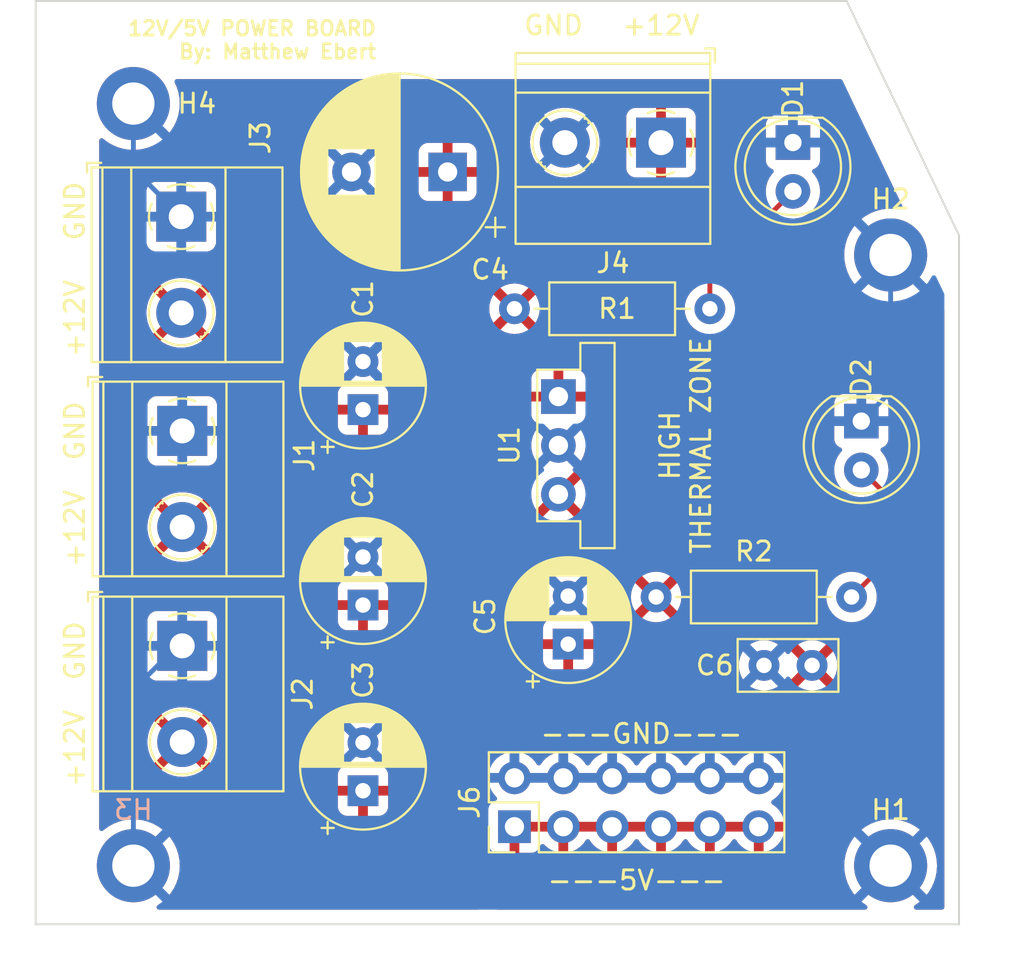
<source format=kicad_pcb>
(kicad_pcb (version 20211014) (generator pcbnew)
  (layers (0 "F.Cu" signal) (31 "B.Cu" signal) (36 "B.SilkS" user "B.Silkscreen") (37 "F.SilkS" user "F.Silkscreen") (38 "B.Mask" user) (39 "F.Mask" user) (44 "Edge.Cuts" user))
  (net 0 "")
  (net 1 "+12V")
  (net 2 "GND")
  (net 3 "+5V")
  (net 4 "Net-(D1-Pad2)")
  (net 5 "Net-(D2-Pad2)")
  (footprint "TerminalBlock_Phoenix:TerminalBlock_Phoenix_MKDS-1,5-2_1x02_P5.00mm_Horizontal" (layer "F.Cu") (at 76.708 58.42 180)
    (fp_text reference "J4" (at 2.5 -6.26) (layer "F.SilkS"))
    (fp_text value "Screw_Terminal_01x02")
    (pad "1" thru_hole rect (at 0 0 180) (size 2.6 2.6) (drill 1.3) (layers *.Cu *.Mask) (net 1 "+12V"))
    (pad "2" thru_hole circle (at 5 0 180) (size 2.6 2.6) (drill 1.3) (layers *.Cu *.Mask) (net 2 "GND"))
  )
  (footprint "Capacitor_THT:CP_Radial_D6.3mm_P2.50mm" (layer "F.Cu") (at 61.214 72.30238 90)
    (fp_text reference "C1" (at 5.75438 0 90) (layer "F.SilkS"))
    (fp_text value "C_Polarized")
    (pad "1" thru_hole rect (at 0 0 90) (size 1.6 1.6) (drill 0.8) (layers *.Cu *.Mask) (net 1 "+12V"))
    (pad "2" thru_hole circle (at 2.5 0 90) (size 1.6 1.6) (drill 0.8) (layers *.Cu *.Mask) (net 2 "GND"))
  )
  (footprint "Resistor_THT:R_Axial_DIN0207_L6.3mm_D2.5mm_P10.16mm_Horizontal" (layer "F.Cu") (at 76.454 82.042)
    (fp_text reference "R2" (at 5.08 -2.37) (layer "F.SilkS"))
    (fp_text value "R")
    (pad "1" thru_hole circle (at 0 0) (size 1.6 1.6) (drill 0.8) (layers *.Cu *.Mask) (net 3 "+5V"))
    (pad "2" thru_hole oval (at 10.16 0) (size 1.6 1.6) (drill 0.8) (layers *.Cu *.Mask) (net 5 "Net-(D2-Pad2)"))
  )
  (footprint "Capacitor_THT:CP_Radial_D10.0mm_P5.00mm" (layer "F.Cu") (at 65.613677 59.944 180)
    (fp_text reference "C4" (at -2.204323 -5.08) (layer "F.SilkS"))
    (fp_text value "C_Polarized")
    (pad "1" thru_hole rect (at 0 0 180) (size 2 2) (drill 1) (layers *.Cu *.Mask) (net 1 "+12V"))
    (pad "2" thru_hole circle (at 5 0 180) (size 2 2) (drill 1) (layers *.Cu *.Mask) (net 2 "GND"))
  )
  (footprint "Resistor_THT:R_Axial_DIN0207_L6.3mm_D2.5mm_P10.16mm_Horizontal" (layer "F.Cu") (at 69.088 67.056)
    (fp_text reference "R1" (at 5.334 0) (layer "F.SilkS"))
    (fp_text value "R")
    (pad "1" thru_hole circle (at 0 0) (size 1.6 1.6) (drill 0.8) (layers *.Cu *.Mask) (net 1 "+12V"))
    (pad "2" thru_hole oval (at 10.16 0) (size 1.6 1.6) (drill 0.8) (layers *.Cu *.Mask) (net 4 "Net-(D1-Pad2)"))
  )
  (footprint "Capacitor_THT:CP_Radial_D6.3mm_P2.50mm" (layer "F.Cu") (at 61.214 82.46238 90)
    (fp_text reference "C2" (at 6.00838 0 90) (layer "F.SilkS"))
    (fp_text value "C_Polarized")
    (pad "1" thru_hole rect (at 0 0 90) (size 1.6 1.6) (drill 0.8) (layers *.Cu *.Mask) (net 1 "+12V"))
    (pad "2" thru_hole circle (at 2.5 0 90) (size 1.6 1.6) (drill 0.8) (layers *.Cu *.Mask) (net 2 "GND"))
  )
  (footprint "TerminalBlock_Phoenix:TerminalBlock_Phoenix_MKDS-1,5-2_1x02_P5.00mm_Horizontal" (layer "F.Cu") (at 51.816 73.406 -90)
    (fp_text reference "J1" (at 1.27 -6.35 90) (layer "F.SilkS"))
    (fp_text value "Screw_Terminal_01x02")
    (pad "1" thru_hole rect (at 0 0 270) (size 2.6 2.6) (drill 1.3) (layers *.Cu *.Mask) (net 2 "GND"))
    (pad "2" thru_hole circle (at 5 0 270) (size 2.6 2.6) (drill 1.3) (layers *.Cu *.Mask) (net 1 "+12V"))
  )
  (footprint "Capacitor_THT:C_Disc_D5.0mm_W2.5mm_P2.50mm" (layer "F.Cu") (at 82.062 85.598)
    (fp_text reference "C6" (at -2.56 0) (layer "F.SilkS"))
    (fp_text value "C")
    (pad "1" thru_hole circle (at 0 0) (size 1.6 1.6) (drill 0.8) (layers *.Cu *.Mask) (net 2 "GND"))
    (pad "2" thru_hole circle (at 2.5 0) (size 1.6 1.6) (drill 0.8) (layers *.Cu *.Mask) (net 3 "+5V"))
  )
  (footprint "MountingHole:MountingHole_2.2mm_M2_DIN965_Pad" (layer "F.Cu") (at 88.646 96.012)
    (fp_text reference "H1" (at 0 -2.9) (layer "F.SilkS"))
    (fp_text value "MountingHole_Pad")
    (pad "1" thru_hole circle (at 0 0) (size 3.8 3.8) (drill 2.2) (layers *.Cu *.Mask) (net 2 "GND"))
  )
  (footprint "Capacitor_THT:CP_Radial_D6.3mm_P2.50mm" (layer "F.Cu") (at 71.882 84.49438 90)
    (fp_text reference "C5" (at 1.43638 -4.318 90) (layer "F.SilkS"))
    (fp_text value "C_Polarized")
    (pad "1" thru_hole rect (at 0 0 90) (size 1.6 1.6) (drill 0.8) (layers *.Cu *.Mask) (net 3 "+5V"))
    (pad "2" thru_hole circle (at 2.5 0 90) (size 1.6 1.6) (drill 0.8) (layers *.Cu *.Mask) (net 2 "GND"))
  )
  (footprint "Converter_DCDC:Converter_DCDC_Murata_OKI-78SR_Vertical" (layer "F.Cu") (at 71.374 71.623 -90)
    (fp_text reference "U1" (at 2.54 2.54 90) (layer "F.SilkS"))
    (fp_text value "L7805")
    (pad "1" thru_hole rect (at 0 0 270) (size 1.8 1.8) (drill 1) (layers *.Cu *.Mask) (net 1 "+12V"))
    (pad "2" thru_hole circle (at 2.54 0 270) (size 1.8 1.8) (drill 1) (layers *.Cu *.Mask) (net 2 "GND"))
    (pad "3" thru_hole circle (at 5.08 0 270) (size 1.8 1.8) (drill 1) (layers *.Cu *.Mask) (net 3 "+5V"))
  )
  (footprint "Capacitor_THT:CP_Radial_D6.3mm_P2.50mm" (layer "F.Cu") (at 61.214 92.11438 90)
    (fp_text reference "C3" (at 5.75438 0 90) (layer "F.SilkS"))
    (fp_text value "C_Polarized")
    (pad "1" thru_hole rect (at 0 0 90) (size 1.6 1.6) (drill 0.8) (layers *.Cu *.Mask) (net 1 "+12V"))
    (pad "2" thru_hole circle (at 2.5 0 90) (size 1.6 1.6) (drill 0.8) (layers *.Cu *.Mask) (net 2 "GND"))
  )
  (footprint "LED_THT:LED_D5.0mm" (layer "F.Cu") (at 87.122 72.898 -90)
    (fp_text reference "D2" (at -2.281 0 90) (layer "F.SilkS"))
    (fp_text value "LED")
    (pad "1" thru_hole rect (at 0 0 270) (size 1.8 1.8) (drill 0.9) (layers *.Cu *.Mask) (net 2 "GND"))
    (pad "2" thru_hole circle (at 2.54 0 270) (size 1.8 1.8) (drill 0.9) (layers *.Cu *.Mask) (net 5 "Net-(D2-Pad2)"))
  )
  (footprint "MountingHole:MountingHole_2.2mm_M2_DIN965_Pad" (layer "F.Cu") (at 49.276 56.388)
    (fp_text reference "H4" (at 3.302 0) (layer "F.SilkS"))
    (fp_text value "MountingHole_Pad")
    (pad "1" thru_hole circle (at 0 0) (size 3.8 3.8) (drill 2.2) (layers *.Cu *.Mask) (net 2 "GND"))
  )
  (footprint "MountingHole:MountingHole_2.2mm_M2_DIN965_Pad" (layer "F.Cu") (at 88.646 64.262)
    (fp_text reference "H2" (at 0 -2.9) (layer "F.SilkS"))
    (fp_text value "MountingHole_Pad")
    (pad "1" thru_hole circle (at 0 0) (size 3.8 3.8) (drill 2.2) (layers *.Cu *.Mask) (net 2 "GND"))
  )
  (footprint "LED_THT:LED_D5.0mm" (layer "F.Cu") (at 83.566 58.415 -90)
    (fp_text reference "D1" (at -2.282 0 90) (layer "F.SilkS"))
    (fp_text value "LED")
    (pad "1" thru_hole rect (at 0 0 270) (size 1.8 1.8) (drill 0.9) (layers *.Cu *.Mask) (net 2 "GND"))
    (pad "2" thru_hole circle (at 2.54 0 270) (size 1.8 1.8) (drill 0.9) (layers *.Cu *.Mask) (net 4 "Net-(D1-Pad2)"))
  )
  (footprint "TerminalBlock_Phoenix:TerminalBlock_Phoenix_MKDS-1,5-2_1x02_P5.00mm_Horizontal" (layer "F.Cu") (at 51.816 84.582 -90)
    (fp_text reference "J2" (at 2.5 -6.26 90) (layer "F.SilkS"))
    (fp_text value "Screw_Terminal_01x02")
    (pad "1" thru_hole rect (at 0 0 270) (size 2.6 2.6) (drill 1.3) (layers *.Cu *.Mask) (net 2 "GND"))
    (pad "2" thru_hole circle (at 5 0 270) (size 2.6 2.6) (drill 1.3) (layers *.Cu *.Mask) (net 1 "+12V"))
  )
  (footprint "Connector_PinHeader_2.54mm:PinHeader_2x06_P2.54mm_Vertical" (layer "F.Cu") (at 69.088 93.985 90)
    (fp_text reference "J6" (at 1.27 -2.33 90) (layer "F.SilkS"))
    (fp_text value "Conn_02x06_Odd_Even")
    (pad "1" thru_hole rect (at 0 0 90) (size 1.7 1.7) (drill 1) (layers *.Cu *.Mask) (net 3 "+5V"))
    (pad "2" thru_hole oval (at 2.54 0 90) (size 1.7 1.7) (drill 1) (layers *.Cu *.Mask) (net 2 "GND"))
    (pad "3" thru_hole oval (at 0 2.54 90) (size 1.7 1.7) (drill 1) (layers *.Cu *.Mask) (net 3 "+5V"))
    (pad "4" thru_hole oval (at 2.54 2.54 90) (size 1.7 1.7) (drill 1) (layers *.Cu *.Mask) (net 2 "GND"))
    (pad "5" thru_hole oval (at 0 5.08 90) (size 1.7 1.7) (drill 1) (layers *.Cu *.Mask) (net 3 "+5V"))
    (pad "6" thru_hole oval (at 2.54 5.08 90) (size 1.7 1.7) (drill 1) (layers *.Cu *.Mask) (net 2 "GND"))
    (pad "7" thru_hole oval (at 0 7.62 90) (size 1.7 1.7) (drill 1) (layers *.Cu *.Mask) (net 3 "+5V"))
    (pad "8" thru_hole oval (at 2.54 7.62 90) (size 1.7 1.7) (drill 1) (layers *.Cu *.Mask) (net 2 "GND"))
    (pad "9" thru_hole oval (at 0 10.16 90) (size 1.7 1.7) (drill 1) (layers *.Cu *.Mask) (net 3 "+5V"))
    (pad "10" thru_hole oval (at 2.54 10.16 90) (size 1.7 1.7) (drill 1) (layers *.Cu *.Mask) (net 2 "GND"))
    (pad "11" thru_hole oval (at 0 12.7 90) (size 1.7 1.7) (drill 1) (layers *.Cu *.Mask) (net 3 "+5V"))
    (pad "12" thru_hole oval (at 2.54 12.7 90) (size 1.7 1.7) (drill 1) (layers *.Cu *.Mask) (net 2 "GND"))
  )
  (footprint "TerminalBlock_Phoenix:TerminalBlock_Phoenix_MKDS-1,5-2_1x02_P5.00mm_Horizontal" (layer "F.Cu") (at 51.765 62.27 -90)
    (fp_text reference "J3" (at -4.104 -4.115 90) (layer "F.SilkS"))
    (fp_text value "Screw_Terminal_01x02")
    (pad "1" thru_hole rect (at 0 0 270) (size 2.6 2.6) (drill 1.3) (layers *.Cu *.Mask) (net 2 "GND"))
    (pad "2" thru_hole circle (at 5 0 270) (size 2.6 2.6) (drill 1.3) (layers *.Cu *.Mask) (net 1 "+12V"))
  )
  (footprint "MountingHole:MountingHole_2.2mm_M2_DIN965_Pad" (layer "B.Cu") (at 49.276 96.012 180)
    (fp_text reference "H3" (at 0 2.9) (layer "B.SilkS") (effects (justify mirror)))
    (fp_text value "MountingHole_Pad")
    (pad "1" thru_hole circle (at 0 0 180) (size 3.8 3.8) (drill 2.2) (layers *.Cu *.Mask) (net 2 "GND"))
  )
  (gr_line (start 92.202 63.246) (end 86.36 51.054) (layer "Edge.Cuts") (width 0.1))
  (gr_line (start 92.202 99.06) (end 92.202 63.246) (layer "Edge.Cuts") (width 0.1))
  (gr_line (start 44.196 99.06) (end 44.196 51.054) (layer "Edge.Cuts") (width 0.1))
  (gr_line (start 92.202 99.06) (end 44.196 99.06) (layer "Edge.Cuts") (width 0.1))
  (gr_line (start 86.36 51.054) (end 44.196 51.054) (layer "Edge.Cuts") (width 0.1))
  (gr_text "+12V" (at 46.228 89.916 90) (layer "F.SilkS") (effects (font (size 1 1))))
  (gr_text "---5V---" (at 75.438 96.774) (layer "F.SilkS") (effects (font (size 1 1))))
  (gr_text "HIGH\nTHERMAL ZONE" (at 77.978 74.168 90) (layer "F.SilkS") (effects (font (size 1 1))))
  (gr_text "GND" (at 71.12 52.324) (layer "F.SilkS") (effects (font (size 1 1))))
  (gr_text "12V/5V POWER BOARD\nBy: Matthew Ebert" (at 61.976 53.086) (layer "F.SilkS") (effects (font (size 0.75 0.75)) (justify right)))
  (gr_text "GND" (at 46.228 61.976 90) (layer "F.SilkS") (effects (font (size 1 1))))
  (gr_text "+12V" (at 46.228 78.486 90) (layer "F.SilkS") (effects (font (size 1 1))))
  (gr_text "GND" (at 46.228 73.406 90) (layer "F.SilkS") (effects (font (size 1 1))))
  (gr_text "+12V" (at 76.708 52.324) (layer "F.SilkS") (effects (font (size 1 1))))
  (gr_text "GND" (at 46.228 84.836 90) (layer "F.SilkS") (effects (font (size 1 1))))
  (gr_text "+12V" (at 46.228 67.564 90) (layer "F.SilkS") (effects (font (size 1 1))))
  (gr_text "---GND---" (at 75.692 89.154) (layer "F.SilkS") (effects (font (size 1 1))))
  (segment (start 49.276 59.781) (end 51.765 62.27) (width 0.254) (layer "B.Cu") (net 2))
  (segment (start 49.276 56.388) (end 49.276 59.781) (width 0.254) (layer "B.Cu") (net 2))
  (segment (start 49.276 86.868) (end 51.816 84.328) (width 0.254) (layer "B.Cu") (net 2))
  (segment (start 49.276 96.012) (end 49.276 86.868) (width 0.254) (layer "B.Cu") (net 2))
  (segment (start 88.646 64.262) (end 88.646 71.374) (width 0.254) (layer "B.Cu") (net 2))
  (segment (start 88.646 71.374) (end 87.122 72.898) (width 0.254) (layer "B.Cu") (net 2))
  (segment (start 79.248 67.056) (end 79.248 65.273) (width 0.254) (layer "F.Cu") (net 4))
  (segment (start 79.248 65.273) (end 83.566 60.955) (width 0.254) (layer "F.Cu") (net 4))
  (segment (start 88.138 80.518) (end 88.138 76.454) (width 0.254) (layer "F.Cu") (net 5))
  (segment (start 86.614 82.042) (end 88.138 80.518) (width 0.254) (layer "F.Cu") (net 5))
  (segment (start 88.138 76.454) (end 87.122 75.438) (width 0.254) (layer "F.Cu") (net 5))
  (zone (net 3) (net_name "+5V") (layer "F.Cu") (connect_pads (clearance 0.508)) (min_thickness 0.254) (fill yes (thermal_gap 0.508) (thermal_bridge_width 0.508))
    (polygon (pts (xy 91.44 98.298015) (xy 68.072 98.298) (xy 68.040337 77.978) (xy 81.788 67.056) (xy 91.439395 67.056016)))
  )
  (zone (net 1) (net_name "+12V") (layer "F.Cu") (connect_pads (clearance 0.508)) (min_thickness 0.254) (fill yes (thermal_gap 0.508) (thermal_bridge_width 0.508))
    (polygon (pts (xy 91.44 66.294) (xy 81.534 66.294) (xy 67.31 77.216) (xy 67.31 98.298) (xy 47.498 98.298) (xy 47.498 55.117952) (xy 86.106 55.118)))
  )
  (zone (net 2) (net_name "GND") (layer "B.Cu") (connect_pads (clearance 0.508)) (min_thickness 0.254) (fill yes (thermal_gap 0.508) (thermal_bridge_width 0.508))
    (polygon (pts (xy 91.44 66.294) (xy 91.44 98.298) (xy 47.498 98.298) (xy 47.501565 55.117821) (xy 86.106 55.118)))
  )
)
</source>
